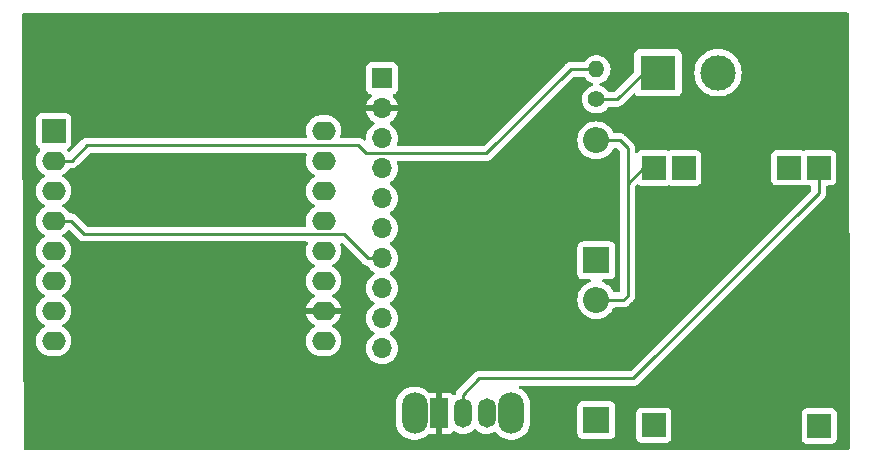
<source format=gbr>
%TF.GenerationSoftware,KiCad,Pcbnew,8.0.0*%
%TF.CreationDate,2024-03-12T15:13:44-04:00*%
%TF.ProjectId,slimevrpcb,736c696d-6576-4727-9063-622e6b696361,rev?*%
%TF.SameCoordinates,Original*%
%TF.FileFunction,Copper,L1,Top*%
%TF.FilePolarity,Positive*%
%FSLAX46Y46*%
G04 Gerber Fmt 4.6, Leading zero omitted, Abs format (unit mm)*
G04 Created by KiCad (PCBNEW 8.0.0) date 2024-03-12 15:13:44*
%MOMM*%
%LPD*%
G01*
G04 APERTURE LIST*
%TA.AperFunction,ComponentPad*%
%ADD10R,1.700000X1.700000*%
%TD*%
%TA.AperFunction,ComponentPad*%
%ADD11O,1.700000X1.700000*%
%TD*%
%TA.AperFunction,ComponentPad*%
%ADD12R,2.200000X2.200000*%
%TD*%
%TA.AperFunction,ComponentPad*%
%ADD13O,2.200000X2.200000*%
%TD*%
%TA.AperFunction,ComponentPad*%
%ADD14C,1.400000*%
%TD*%
%TA.AperFunction,ComponentPad*%
%ADD15O,1.400000X1.400000*%
%TD*%
%TA.AperFunction,ComponentPad*%
%ADD16R,3.000000X3.000000*%
%TD*%
%TA.AperFunction,ComponentPad*%
%ADD17C,3.000000*%
%TD*%
%TA.AperFunction,ComponentPad*%
%ADD18R,2.000000X2.000000*%
%TD*%
%TA.AperFunction,ComponentPad*%
%ADD19O,2.000000X1.600000*%
%TD*%
%TA.AperFunction,ComponentPad*%
%ADD20O,2.200000X3.500000*%
%TD*%
%TA.AperFunction,ComponentPad*%
%ADD21R,1.500000X2.500000*%
%TD*%
%TA.AperFunction,ComponentPad*%
%ADD22O,1.500000X2.500000*%
%TD*%
%TA.AperFunction,ViaPad*%
%ADD23C,0.800000*%
%TD*%
%TA.AperFunction,Conductor*%
%ADD24C,0.250000*%
%TD*%
G04 APERTURE END LIST*
D10*
%TO.P,bn0085,1,vcc*%
%TO.N,3.3v*%
X135221600Y-86584600D03*
D11*
%TO.P,bn0085,2,gnd*%
%TO.N,gnd*%
X135221600Y-89124600D03*
%TO.P,bn0085,3,scl*%
%TO.N,scl*%
X135221600Y-91664600D03*
%TO.P,bn0085,4,sda*%
%TO.N,sda*%
X135221600Y-94204600D03*
%TO.P,bn0085,5,ad0*%
%TO.N,unconnected-(bn0085-ad0-Pad5)*%
X135221600Y-96744600D03*
%TO.P,bn0085,6,Pin_6*%
%TO.N,unconnected-(bn0085-Pin_6-Pad6)*%
X135221600Y-99284600D03*
%TO.P,bn0085,7,int*%
%TO.N,int*%
X135221600Y-101824600D03*
%TO.P,bn0085,8,Pin_8*%
%TO.N,unconnected-(bn0085-Pin_8-Pad8)*%
X135221600Y-104364600D03*
%TO.P,bn0085,9,Pin_9*%
%TO.N,unconnected-(bn0085-Pin_9-Pad9)*%
X135221600Y-106904600D03*
%TO.P,bn0085,10,Pin_10*%
%TO.N,unconnected-(bn0085-Pin_10-Pad10)*%
X135221600Y-109444600D03*
%TD*%
D12*
%TO.P,D1,1,K*%
%TO.N,Net-(D1-K)*%
X153361300Y-101999200D03*
D13*
%TO.P,D1,2,A*%
%TO.N,Net-(D1-A)*%
X153361300Y-91839200D03*
%TD*%
D14*
%TO.P,R1,1*%
%TO.N,Net-(BT1-+)*%
X153361300Y-88359400D03*
D15*
%TO.P,R1,2*%
%TO.N,Net-(U1-A0)*%
X153361300Y-85819400D03*
%TD*%
D12*
%TO.P,D2,1,K*%
%TO.N,Net-(D1-K)*%
X153361300Y-115505500D03*
D13*
%TO.P,D2,2,A*%
%TO.N,Net-(D1-A)*%
X153361300Y-105345500D03*
%TD*%
D16*
%TO.P,BT1,1,+*%
%TO.N,Net-(BT1-+)*%
X158583600Y-86122500D03*
D17*
%TO.P,BT1,2,-*%
%TO.N,Net-(BT1--)*%
X163663600Y-86122500D03*
%TD*%
D18*
%TO.P,D1Mini,1,~{RST}*%
%TO.N,unconnected-(U1-~{RST}-Pad1)*%
X107417100Y-91020200D03*
D19*
%TO.P,D1Mini,2,A0*%
%TO.N,Net-(U1-A0)*%
X107417100Y-93560200D03*
%TO.P,D1Mini,3,D0*%
%TO.N,unconnected-(U1-D0-Pad3)*%
X107417100Y-96100200D03*
%TO.P,D1Mini,4,SCK/D5*%
%TO.N,int*%
X107417100Y-98640200D03*
%TO.P,D1Mini,5,MISO/D6*%
%TO.N,unconnected-(U1-MISO{slash}D6-Pad5)*%
X107417100Y-101180200D03*
%TO.P,D1Mini,6,MOSI/D7*%
%TO.N,unconnected-(U1-MOSI{slash}D7-Pad6)*%
X107417100Y-103720200D03*
%TO.P,D1Mini,7,CS/D8*%
%TO.N,unconnected-(U1-CS{slash}D8-Pad7)*%
X107417100Y-106260200D03*
%TO.P,D1Mini,8,3V3*%
%TO.N,3.3v*%
X107417100Y-108800200D03*
%TO.P,D1Mini,9,5V*%
%TO.N,Net-(D1-K)*%
X130277100Y-108800200D03*
%TO.P,D1Mini,10,GND*%
%TO.N,gnd*%
X130277100Y-106260200D03*
%TO.P,D1Mini,11,D4*%
%TO.N,unconnected-(U1-D4-Pad11)*%
X130277100Y-103720200D03*
%TO.P,D1Mini,12,D3*%
%TO.N,unconnected-(U1-D3-Pad12)*%
X130277100Y-101180200D03*
%TO.P,D1Mini,13,SDA/D2*%
%TO.N,sda*%
X130277100Y-98640200D03*
%TO.P,D1Mini,14,SCL/D1*%
%TO.N,scl*%
X130277100Y-96100200D03*
%TO.P,D1Mini,15,RX*%
%TO.N,unconnected-(U1-RX-Pad15)*%
X130277100Y-93560200D03*
%TO.P,D1Mini,16,TX*%
%TO.N,unconnected-(U1-TX-Pad16)*%
X130277100Y-91020200D03*
%TD*%
D20*
%TO.P,SW1,*%
%TO.N,*%
X137974100Y-114940400D03*
X146174100Y-114940400D03*
D21*
%TO.P,SW1,1,A*%
%TO.N,gnd*%
X140074100Y-114940400D03*
D22*
%TO.P,SW1,2,B*%
%TO.N,Net-(SW1-B)*%
X142074100Y-114940400D03*
%TO.P,SW1,3,C*%
%TO.N,unconnected-(SW1-C-Pad3)*%
X144074100Y-114940400D03*
%TD*%
D18*
%TO.P,tp4056,1,out+*%
%TO.N,Net-(D1-A)*%
X158223618Y-94172341D03*
%TO.P,tp4056,2,bat+*%
%TO.N,Net-(BT1-+)*%
X160763618Y-94172341D03*
%TO.P,tp4056,3,bat-*%
%TO.N,Net-(BT1--)*%
X169647538Y-94156019D03*
%TO.P,tp4056,4,out-*%
%TO.N,Net-(SW1-B)*%
X172187538Y-94156019D03*
%TO.P,tp4056,5,+*%
%TO.N,Net-(D1-A)*%
X158223618Y-115968276D03*
%TO.P,tp4056,6,-*%
%TO.N,unconnected-(U2---Pad6)*%
X172238501Y-116019239D03*
%TD*%
D23*
%TO.N,gnd*%
X170000000Y-105000000D03*
X130000000Y-115000000D03*
X165000000Y-115000000D03*
X110000000Y-95000000D03*
X165000000Y-100000000D03*
X115000000Y-115000000D03*
X145000000Y-85000000D03*
X145000000Y-90000000D03*
X125000000Y-110000000D03*
X115000000Y-105000000D03*
X125000000Y-115000000D03*
X165000000Y-95000000D03*
X140000000Y-85000000D03*
X160000000Y-110000000D03*
X120000000Y-110000000D03*
X110000000Y-115000000D03*
X170000000Y-115000000D03*
X170000000Y-110000000D03*
X115000000Y-95000000D03*
X140000000Y-90000000D03*
X145000000Y-95000000D03*
X145000000Y-110000000D03*
X125000000Y-95000000D03*
X120000000Y-115000000D03*
X140000000Y-105000000D03*
X125000000Y-105000000D03*
X165000000Y-110000000D03*
X145000000Y-100000000D03*
X140000000Y-95000000D03*
X140000000Y-110000000D03*
X160000000Y-100000000D03*
X115000000Y-110000000D03*
X110000000Y-110000000D03*
X145000000Y-105000000D03*
X160000000Y-105000000D03*
X120000000Y-105000000D03*
X140000000Y-100000000D03*
%TD*%
D24*
%TO.N,int*%
X135221600Y-101824600D02*
X134044900Y-101824600D01*
X131987200Y-99766900D02*
X110016900Y-99766900D01*
X110016900Y-99766900D02*
X108890200Y-98640200D01*
X108890200Y-98640200D02*
X107417100Y-98640200D01*
X134044900Y-101824600D02*
X131987200Y-99766900D01*
%TO.N,Net-(BT1-+)*%
X158583600Y-86122500D02*
X157377500Y-86122500D01*
X155140600Y-88359400D02*
X153361300Y-88359400D01*
X157377500Y-86122500D02*
X155140600Y-88359400D01*
%TO.N,Net-(D1-A)*%
X156000000Y-95500000D02*
X156000000Y-105000000D01*
X155654500Y-105345500D02*
X153361300Y-105345500D01*
X156000000Y-105000000D02*
X155654500Y-105345500D01*
X157327659Y-94172341D02*
X156000000Y-95500000D01*
X156000000Y-94184602D02*
X156000000Y-92500000D01*
X155339200Y-91839200D02*
X153361300Y-91839200D01*
X156000000Y-94184602D02*
X156000000Y-95500000D01*
X158223618Y-94172341D02*
X157327659Y-94172341D01*
X156000000Y-92500000D02*
X155339200Y-91839200D01*
%TO.N,Net-(U1-A0)*%
X133886830Y-92939181D02*
X144060819Y-92939181D01*
X133221316Y-92273667D02*
X133886830Y-92939181D01*
X110226333Y-92273667D02*
X133221316Y-92273667D01*
X151180600Y-85819400D02*
X153361300Y-85819400D01*
X107417100Y-93560200D02*
X108939800Y-93560200D01*
X108939800Y-93560200D02*
X110226333Y-92273667D01*
X144060819Y-92939181D02*
X151180600Y-85819400D01*
%TO.N,Net-(SW1-B)*%
X172187500Y-96312500D02*
X156500000Y-112000000D01*
X143437800Y-112000000D02*
X142074100Y-113363700D01*
X142074100Y-113363700D02*
X142074100Y-114940400D01*
X156500000Y-112000000D02*
X143437800Y-112000000D01*
X172187500Y-94156000D02*
X172187500Y-96312500D01*
%TD*%
%TA.AperFunction,Conductor*%
%TO.N,gnd*%
G36*
X128820824Y-92918852D02*
G01*
X128866579Y-92971656D01*
X128876523Y-93040814D01*
X128871716Y-93061485D01*
X128808623Y-93255661D01*
X128808623Y-93255664D01*
X128776600Y-93457848D01*
X128776600Y-93662551D01*
X128808622Y-93864734D01*
X128871881Y-94059423D01*
X128904274Y-94122996D01*
X128942506Y-94198031D01*
X128964815Y-94241813D01*
X129085128Y-94407413D01*
X129229886Y-94552171D01*
X129384849Y-94664756D01*
X129395490Y-94672487D01*
X129486940Y-94719083D01*
X129488180Y-94719715D01*
X129538976Y-94767690D01*
X129555771Y-94835511D01*
X129533234Y-94901646D01*
X129488180Y-94940685D01*
X129395486Y-94987915D01*
X129229886Y-95108228D01*
X129085128Y-95252986D01*
X128964815Y-95418586D01*
X128871881Y-95600976D01*
X128808622Y-95795665D01*
X128776600Y-95997848D01*
X128776600Y-96202551D01*
X128808622Y-96404734D01*
X128871881Y-96599423D01*
X128964815Y-96781813D01*
X129085128Y-96947413D01*
X129229886Y-97092171D01*
X129384849Y-97204756D01*
X129395490Y-97212487D01*
X129486940Y-97259083D01*
X129488180Y-97259715D01*
X129538976Y-97307690D01*
X129555771Y-97375511D01*
X129533234Y-97441646D01*
X129488180Y-97480685D01*
X129395486Y-97527915D01*
X129229886Y-97648228D01*
X129085128Y-97792986D01*
X128964815Y-97958586D01*
X128871881Y-98140976D01*
X128808622Y-98335665D01*
X128776600Y-98537848D01*
X128776600Y-98742551D01*
X128808622Y-98944734D01*
X128819783Y-98979081D01*
X128821778Y-99048922D01*
X128785698Y-99108755D01*
X128722998Y-99139584D01*
X128701852Y-99141400D01*
X110327353Y-99141400D01*
X110260314Y-99121715D01*
X110239672Y-99105081D01*
X109383128Y-98248538D01*
X109383125Y-98248534D01*
X109383125Y-98248535D01*
X109376058Y-98241468D01*
X109376058Y-98241467D01*
X109288933Y-98154342D01*
X109288932Y-98154341D01*
X109288931Y-98154340D01*
X109237709Y-98120115D01*
X109186486Y-98085888D01*
X109186483Y-98085886D01*
X109186480Y-98085885D01*
X109105992Y-98052547D01*
X109072654Y-98038738D01*
X109072655Y-98038738D01*
X109072652Y-98038737D01*
X109072648Y-98038736D01*
X109072644Y-98038735D01*
X108970935Y-98018503D01*
X108970926Y-98018503D01*
X108951807Y-98014700D01*
X108951806Y-98014700D01*
X108833215Y-98014700D01*
X108766176Y-97995015D01*
X108733493Y-97961628D01*
X108732251Y-97962531D01*
X108609071Y-97792986D01*
X108464313Y-97648228D01*
X108298714Y-97527915D01*
X108292106Y-97524548D01*
X108206017Y-97480683D01*
X108155223Y-97432711D01*
X108138428Y-97364890D01*
X108160965Y-97298755D01*
X108206017Y-97259716D01*
X108298710Y-97212487D01*
X108319870Y-97197113D01*
X108464313Y-97092171D01*
X108464315Y-97092168D01*
X108464319Y-97092166D01*
X108609066Y-96947419D01*
X108609068Y-96947415D01*
X108609071Y-96947413D01*
X108712231Y-96805423D01*
X108729387Y-96781810D01*
X108822320Y-96599419D01*
X108885577Y-96404734D01*
X108917600Y-96202552D01*
X108917600Y-95997848D01*
X108885577Y-95795666D01*
X108822320Y-95600981D01*
X108822318Y-95600978D01*
X108822318Y-95600976D01*
X108769390Y-95497100D01*
X108729387Y-95418590D01*
X108700358Y-95378635D01*
X108609071Y-95252986D01*
X108464313Y-95108228D01*
X108298714Y-94987915D01*
X108292106Y-94984548D01*
X108206017Y-94940683D01*
X108155223Y-94892711D01*
X108138428Y-94824890D01*
X108160965Y-94758755D01*
X108206017Y-94719716D01*
X108298710Y-94672487D01*
X108319870Y-94657113D01*
X108464313Y-94552171D01*
X108464315Y-94552168D01*
X108464319Y-94552166D01*
X108609066Y-94407419D01*
X108609068Y-94407415D01*
X108609071Y-94407413D01*
X108732251Y-94237869D01*
X108733923Y-94239084D01*
X108779308Y-94198031D01*
X108833215Y-94185700D01*
X109001407Y-94185700D01*
X109061829Y-94173681D01*
X109122252Y-94161663D01*
X109122255Y-94161661D01*
X109122258Y-94161661D01*
X109155587Y-94147854D01*
X109155586Y-94147854D01*
X109155592Y-94147852D01*
X109236086Y-94114512D01*
X109297014Y-94073800D01*
X109338533Y-94046058D01*
X109425658Y-93958933D01*
X109425658Y-93958931D01*
X109435866Y-93948724D01*
X109435867Y-93948721D01*
X110449105Y-92935486D01*
X110510428Y-92902001D01*
X110536786Y-92899167D01*
X128753785Y-92899167D01*
X128820824Y-92918852D01*
G37*
%TD.AperFunction*%
%TA.AperFunction,Conductor*%
G36*
X174672805Y-81020211D02*
G01*
X174718617Y-81072965D01*
X174729877Y-81124202D01*
X174847250Y-117898247D01*
X174827780Y-117965349D01*
X174775122Y-118011272D01*
X174723384Y-118022643D01*
X104997027Y-118097624D01*
X104929967Y-118078011D01*
X104884155Y-118025257D01*
X104872895Y-117974020D01*
X104870458Y-117210604D01*
X104865689Y-115716361D01*
X136373600Y-115716361D01*
X136413010Y-115965185D01*
X136490860Y-116204783D01*
X136523099Y-116268054D01*
X136587386Y-116394225D01*
X136605232Y-116429248D01*
X136753301Y-116633049D01*
X136753305Y-116633054D01*
X136931445Y-116811194D01*
X136931450Y-116811198D01*
X137109217Y-116940352D01*
X137135255Y-116959270D01*
X137246906Y-117016159D01*
X137359716Y-117073639D01*
X137359718Y-117073639D01*
X137359721Y-117073641D01*
X137599315Y-117151490D01*
X137848138Y-117190900D01*
X137848139Y-117190900D01*
X138100061Y-117190900D01*
X138100062Y-117190900D01*
X138348885Y-117151490D01*
X138588479Y-117073641D01*
X138812945Y-116959270D01*
X139016756Y-116811193D01*
X139109068Y-116718880D01*
X139170387Y-116685398D01*
X139210003Y-116683275D01*
X139276258Y-116690399D01*
X139276272Y-116690400D01*
X139824100Y-116690400D01*
X139824100Y-115315677D01*
X139900406Y-115359733D01*
X140014856Y-115390400D01*
X140133344Y-115390400D01*
X140247794Y-115359733D01*
X140324100Y-115315677D01*
X140324100Y-116690400D01*
X140871928Y-116690400D01*
X140871944Y-116690399D01*
X140931472Y-116683998D01*
X140931479Y-116683996D01*
X141066186Y-116633754D01*
X141066193Y-116633750D01*
X141181286Y-116547590D01*
X141209929Y-116509330D01*
X141265863Y-116467459D01*
X141335555Y-116462475D01*
X141382081Y-116483323D01*
X141414740Y-116507050D01*
X141418695Y-116509924D01*
X141530447Y-116566864D01*
X141594070Y-116599282D01*
X141594072Y-116599282D01*
X141594075Y-116599284D01*
X141694417Y-116631887D01*
X141781273Y-116660109D01*
X141975678Y-116690900D01*
X141975683Y-116690900D01*
X142172522Y-116690900D01*
X142366926Y-116660109D01*
X142387685Y-116653364D01*
X142554125Y-116599284D01*
X142729505Y-116509924D01*
X142888746Y-116394228D01*
X142986419Y-116296555D01*
X143047742Y-116263070D01*
X143117434Y-116268054D01*
X143161781Y-116296555D01*
X143259454Y-116394228D01*
X143418695Y-116509924D01*
X143488804Y-116545646D01*
X143594070Y-116599282D01*
X143594072Y-116599282D01*
X143594075Y-116599284D01*
X143694417Y-116631887D01*
X143781273Y-116660109D01*
X143975678Y-116690900D01*
X143975683Y-116690900D01*
X144172522Y-116690900D01*
X144366926Y-116660109D01*
X144387685Y-116653364D01*
X144554125Y-116599284D01*
X144729505Y-116509924D01*
X144729509Y-116509920D01*
X144733187Y-116508047D01*
X144801856Y-116495151D01*
X144866597Y-116521427D01*
X144889799Y-116545645D01*
X144953307Y-116633056D01*
X144953309Y-116633058D01*
X145131445Y-116811194D01*
X145131450Y-116811198D01*
X145309217Y-116940352D01*
X145335255Y-116959270D01*
X145446906Y-117016159D01*
X145559716Y-117073639D01*
X145559718Y-117073639D01*
X145559721Y-117073641D01*
X145799315Y-117151490D01*
X146048138Y-117190900D01*
X146048139Y-117190900D01*
X146300061Y-117190900D01*
X146300062Y-117190900D01*
X146548885Y-117151490D01*
X146788479Y-117073641D01*
X147012945Y-116959270D01*
X147216756Y-116811193D01*
X147374579Y-116653370D01*
X151760800Y-116653370D01*
X151760801Y-116653376D01*
X151767208Y-116712983D01*
X151817502Y-116847828D01*
X151817506Y-116847835D01*
X151903752Y-116963044D01*
X151903755Y-116963047D01*
X152018964Y-117049293D01*
X152018971Y-117049297D01*
X152153817Y-117099591D01*
X152153816Y-117099591D01*
X152160744Y-117100335D01*
X152213427Y-117106000D01*
X154509172Y-117105999D01*
X154568783Y-117099591D01*
X154703631Y-117049296D01*
X154747914Y-117016146D01*
X156723118Y-117016146D01*
X156723119Y-117016152D01*
X156729526Y-117075759D01*
X156779820Y-117210604D01*
X156779824Y-117210611D01*
X156866070Y-117325820D01*
X156866073Y-117325823D01*
X156981282Y-117412069D01*
X156981289Y-117412073D01*
X157116135Y-117462367D01*
X157116134Y-117462367D01*
X157122320Y-117463032D01*
X157175745Y-117468776D01*
X159271490Y-117468775D01*
X159331101Y-117462367D01*
X159465949Y-117412072D01*
X159581164Y-117325822D01*
X159667414Y-117210607D01*
X159717709Y-117075759D01*
X159718639Y-117067109D01*
X170738001Y-117067109D01*
X170738002Y-117067115D01*
X170744409Y-117126722D01*
X170794703Y-117261567D01*
X170794707Y-117261574D01*
X170880953Y-117376783D01*
X170880956Y-117376786D01*
X170996165Y-117463032D01*
X170996172Y-117463036D01*
X171131018Y-117513330D01*
X171131017Y-117513330D01*
X171137945Y-117514074D01*
X171190628Y-117519739D01*
X173286373Y-117519738D01*
X173345984Y-117513330D01*
X173480832Y-117463035D01*
X173596047Y-117376785D01*
X173682297Y-117261570D01*
X173732592Y-117126722D01*
X173739001Y-117067112D01*
X173739000Y-114971367D01*
X173732592Y-114911756D01*
X173682297Y-114776908D01*
X173682296Y-114776907D01*
X173682294Y-114776903D01*
X173596048Y-114661694D01*
X173596045Y-114661691D01*
X173480836Y-114575445D01*
X173480829Y-114575441D01*
X173345983Y-114525147D01*
X173345984Y-114525147D01*
X173286384Y-114518740D01*
X173286382Y-114518739D01*
X173286374Y-114518739D01*
X173286365Y-114518739D01*
X171190630Y-114518739D01*
X171190624Y-114518740D01*
X171131017Y-114525147D01*
X170996172Y-114575441D01*
X170996165Y-114575445D01*
X170880956Y-114661691D01*
X170880953Y-114661694D01*
X170794707Y-114776903D01*
X170794703Y-114776910D01*
X170744409Y-114911756D01*
X170743479Y-114920411D01*
X170738002Y-114971362D01*
X170738001Y-114971374D01*
X170738001Y-117067109D01*
X159718639Y-117067109D01*
X159724118Y-117016149D01*
X159724117Y-114920404D01*
X159717709Y-114860793D01*
X159667414Y-114725945D01*
X159667413Y-114725944D01*
X159667411Y-114725940D01*
X159581165Y-114610731D01*
X159581162Y-114610728D01*
X159465953Y-114524482D01*
X159465946Y-114524478D01*
X159331100Y-114474184D01*
X159331101Y-114474184D01*
X159271501Y-114467777D01*
X159271499Y-114467776D01*
X159271491Y-114467776D01*
X159271482Y-114467776D01*
X157175747Y-114467776D01*
X157175741Y-114467777D01*
X157116134Y-114474184D01*
X156981289Y-114524478D01*
X156981282Y-114524482D01*
X156866073Y-114610728D01*
X156866070Y-114610731D01*
X156779824Y-114725940D01*
X156779820Y-114725947D01*
X156729526Y-114860793D01*
X156723119Y-114920392D01*
X156723119Y-114920399D01*
X156723118Y-114920411D01*
X156723118Y-117016146D01*
X154747914Y-117016146D01*
X154818846Y-116963046D01*
X154905096Y-116847831D01*
X154955391Y-116712983D01*
X154961800Y-116653373D01*
X154961799Y-114357628D01*
X154955391Y-114298017D01*
X154905569Y-114164438D01*
X154905097Y-114163171D01*
X154905093Y-114163164D01*
X154818847Y-114047955D01*
X154818844Y-114047952D01*
X154703635Y-113961706D01*
X154703628Y-113961702D01*
X154568782Y-113911408D01*
X154568783Y-113911408D01*
X154509183Y-113905001D01*
X154509181Y-113905000D01*
X154509173Y-113905000D01*
X154509164Y-113905000D01*
X152213429Y-113905000D01*
X152213423Y-113905001D01*
X152153816Y-113911408D01*
X152018971Y-113961702D01*
X152018964Y-113961706D01*
X151903755Y-114047952D01*
X151903752Y-114047955D01*
X151817506Y-114163164D01*
X151817502Y-114163171D01*
X151767208Y-114298017D01*
X151762482Y-114341983D01*
X151760801Y-114357623D01*
X151760800Y-114357635D01*
X151760800Y-116653370D01*
X147374579Y-116653370D01*
X147394893Y-116633056D01*
X147542970Y-116429245D01*
X147657341Y-116204779D01*
X147735190Y-115965185D01*
X147774600Y-115716362D01*
X147774600Y-114164438D01*
X147735190Y-113915615D01*
X147657341Y-113676021D01*
X147657339Y-113676018D01*
X147657339Y-113676016D01*
X147592003Y-113547788D01*
X147542970Y-113451555D01*
X147489398Y-113377819D01*
X147394898Y-113247750D01*
X147394894Y-113247745D01*
X147216754Y-113069605D01*
X147216749Y-113069601D01*
X147012948Y-112921532D01*
X147012947Y-112921531D01*
X147012945Y-112921530D01*
X146892156Y-112859985D01*
X146841360Y-112812010D01*
X146824565Y-112744189D01*
X146847102Y-112678054D01*
X146901817Y-112634603D01*
X146948451Y-112625500D01*
X156561607Y-112625500D01*
X156622029Y-112613481D01*
X156682452Y-112601463D01*
X156682455Y-112601461D01*
X156682458Y-112601461D01*
X156715787Y-112587654D01*
X156715786Y-112587654D01*
X156715792Y-112587652D01*
X156796286Y-112554312D01*
X156847509Y-112520084D01*
X156898733Y-112485858D01*
X156985858Y-112398733D01*
X156985859Y-112398731D01*
X156992925Y-112391665D01*
X156992928Y-112391661D01*
X172586229Y-96798360D01*
X172586233Y-96798358D01*
X172673358Y-96711233D01*
X172741811Y-96608786D01*
X172788963Y-96494952D01*
X172813000Y-96374106D01*
X172813000Y-95780518D01*
X172832685Y-95713479D01*
X172885489Y-95667724D01*
X172937000Y-95656518D01*
X173235409Y-95656518D01*
X173235410Y-95656518D01*
X173295021Y-95650110D01*
X173429869Y-95599815D01*
X173545084Y-95513565D01*
X173631334Y-95398350D01*
X173681629Y-95263502D01*
X173688038Y-95203892D01*
X173688037Y-93108147D01*
X173681629Y-93048536D01*
X173638093Y-92931811D01*
X173631335Y-92913690D01*
X173631331Y-92913683D01*
X173545085Y-92798474D01*
X173545082Y-92798471D01*
X173429873Y-92712225D01*
X173429866Y-92712221D01*
X173295020Y-92661927D01*
X173295021Y-92661927D01*
X173235421Y-92655520D01*
X173235419Y-92655519D01*
X173235411Y-92655519D01*
X173235402Y-92655519D01*
X171139667Y-92655519D01*
X171139661Y-92655520D01*
X171080054Y-92661927D01*
X170960871Y-92706380D01*
X170891179Y-92711364D01*
X170874205Y-92706380D01*
X170755020Y-92661927D01*
X170755021Y-92661927D01*
X170695421Y-92655520D01*
X170695419Y-92655519D01*
X170695411Y-92655519D01*
X170695402Y-92655519D01*
X168599667Y-92655519D01*
X168599661Y-92655520D01*
X168540054Y-92661927D01*
X168405209Y-92712221D01*
X168405202Y-92712225D01*
X168289993Y-92798471D01*
X168289990Y-92798474D01*
X168203744Y-92913683D01*
X168203740Y-92913690D01*
X168153446Y-93048536D01*
X168147039Y-93108135D01*
X168147039Y-93108142D01*
X168147038Y-93108154D01*
X168147038Y-95203889D01*
X168147039Y-95203895D01*
X168153446Y-95263502D01*
X168203740Y-95398347D01*
X168203744Y-95398354D01*
X168289990Y-95513563D01*
X168289993Y-95513566D01*
X168405202Y-95599812D01*
X168405209Y-95599816D01*
X168540055Y-95650110D01*
X168540054Y-95650110D01*
X168546982Y-95650854D01*
X168599665Y-95656519D01*
X170695410Y-95656518D01*
X170755021Y-95650110D01*
X170874205Y-95605656D01*
X170943896Y-95600673D01*
X170960867Y-95605655D01*
X171080055Y-95650110D01*
X171139665Y-95656519D01*
X171438000Y-95656518D01*
X171505039Y-95676202D01*
X171550794Y-95729006D01*
X171562000Y-95780518D01*
X171562000Y-96002048D01*
X171542315Y-96069087D01*
X171525681Y-96089729D01*
X156277229Y-111338181D01*
X156215906Y-111371666D01*
X156189548Y-111374500D01*
X143376189Y-111374500D01*
X143315771Y-111386518D01*
X143278059Y-111394019D01*
X143255350Y-111398536D01*
X143255348Y-111398537D01*
X143222007Y-111412347D01*
X143141519Y-111445684D01*
X143141505Y-111445692D01*
X143039072Y-111514138D01*
X143039064Y-111514144D01*
X141588244Y-112964964D01*
X141588238Y-112964972D01*
X141519792Y-113067405D01*
X141519784Y-113067419D01*
X141486447Y-113147907D01*
X141480923Y-113161243D01*
X141472637Y-113181245D01*
X141472635Y-113181253D01*
X141447411Y-113308069D01*
X141444944Y-113307578D01*
X141422878Y-113362170D01*
X141398551Y-113385510D01*
X141382083Y-113397475D01*
X141316276Y-113420956D01*
X141248222Y-113405131D01*
X141209930Y-113371470D01*
X141181287Y-113333209D01*
X141066193Y-113247049D01*
X141066186Y-113247045D01*
X140931479Y-113196803D01*
X140931472Y-113196801D01*
X140871944Y-113190400D01*
X140324100Y-113190400D01*
X140324100Y-114565122D01*
X140247794Y-114521067D01*
X140133344Y-114490400D01*
X140014856Y-114490400D01*
X139900406Y-114521067D01*
X139824100Y-114565122D01*
X139824100Y-113190400D01*
X139276272Y-113190400D01*
X139276253Y-113190401D01*
X139210001Y-113197524D01*
X139141242Y-113185119D01*
X139109065Y-113161916D01*
X139016754Y-113069605D01*
X139016749Y-113069601D01*
X138812948Y-112921532D01*
X138812947Y-112921531D01*
X138812945Y-112921530D01*
X138742847Y-112885813D01*
X138588483Y-112807160D01*
X138348885Y-112729310D01*
X138100062Y-112689900D01*
X137848138Y-112689900D01*
X137723726Y-112709605D01*
X137599314Y-112729310D01*
X137359716Y-112807160D01*
X137135251Y-112921532D01*
X136931450Y-113069601D01*
X136931445Y-113069605D01*
X136753305Y-113247745D01*
X136753301Y-113247750D01*
X136605232Y-113451551D01*
X136490860Y-113676016D01*
X136413010Y-113915614D01*
X136373600Y-114164438D01*
X136373600Y-115716361D01*
X104865689Y-115716361D01*
X104843941Y-108902551D01*
X105916600Y-108902551D01*
X105948622Y-109104734D01*
X106011881Y-109299423D01*
X106104815Y-109481813D01*
X106225128Y-109647413D01*
X106369886Y-109792171D01*
X106524849Y-109904756D01*
X106535490Y-109912487D01*
X106651707Y-109971703D01*
X106717876Y-110005418D01*
X106717878Y-110005418D01*
X106717881Y-110005420D01*
X106822237Y-110039327D01*
X106912565Y-110068677D01*
X107013657Y-110084688D01*
X107114748Y-110100700D01*
X107114749Y-110100700D01*
X107719451Y-110100700D01*
X107719452Y-110100700D01*
X107921634Y-110068677D01*
X108116319Y-110005420D01*
X108298710Y-109912487D01*
X108391690Y-109844932D01*
X108464313Y-109792171D01*
X108464315Y-109792168D01*
X108464319Y-109792166D01*
X108609066Y-109647419D01*
X108609068Y-109647415D01*
X108609071Y-109647413D01*
X108661832Y-109574790D01*
X108729387Y-109481810D01*
X108822320Y-109299419D01*
X108885577Y-109104734D01*
X108917600Y-108902552D01*
X108917600Y-108697848D01*
X108885577Y-108495666D01*
X108822320Y-108300981D01*
X108822318Y-108300978D01*
X108822318Y-108300976D01*
X108769390Y-108197100D01*
X108729387Y-108118590D01*
X108700358Y-108078635D01*
X108609071Y-107952986D01*
X108464313Y-107808228D01*
X108298714Y-107687915D01*
X108292106Y-107684548D01*
X108206017Y-107640683D01*
X108155223Y-107592711D01*
X108138428Y-107524890D01*
X108160965Y-107458755D01*
X108206017Y-107419716D01*
X108298710Y-107372487D01*
X108319870Y-107357113D01*
X108464313Y-107252171D01*
X108464315Y-107252168D01*
X108464319Y-107252166D01*
X108609066Y-107107419D01*
X108609068Y-107107415D01*
X108609071Y-107107413D01*
X108661832Y-107034790D01*
X108729387Y-106941810D01*
X108822320Y-106759419D01*
X108885577Y-106564734D01*
X108917600Y-106362552D01*
X108917600Y-106157848D01*
X108897857Y-106033197D01*
X108885577Y-105955665D01*
X108845187Y-105831358D01*
X108822320Y-105760981D01*
X108822318Y-105760978D01*
X108822318Y-105760976D01*
X108769390Y-105657100D01*
X108729387Y-105578590D01*
X108700358Y-105538635D01*
X108609071Y-105412986D01*
X108464313Y-105268228D01*
X108298714Y-105147915D01*
X108292106Y-105144548D01*
X108206017Y-105100683D01*
X108155223Y-105052711D01*
X108138428Y-104984890D01*
X108160965Y-104918755D01*
X108206017Y-104879716D01*
X108298710Y-104832487D01*
X108319870Y-104817113D01*
X108464313Y-104712171D01*
X108464315Y-104712168D01*
X108464319Y-104712166D01*
X108609066Y-104567419D01*
X108609068Y-104567415D01*
X108609071Y-104567413D01*
X108661832Y-104494790D01*
X108729387Y-104401810D01*
X108822320Y-104219419D01*
X108885577Y-104024734D01*
X108917600Y-103822552D01*
X108917600Y-103617848D01*
X108914725Y-103599698D01*
X108885577Y-103415665D01*
X108822318Y-103220976D01*
X108769390Y-103117100D01*
X108729387Y-103038590D01*
X108700358Y-102998635D01*
X108609071Y-102872986D01*
X108464313Y-102728228D01*
X108298714Y-102607915D01*
X108292106Y-102604548D01*
X108206017Y-102560683D01*
X108155223Y-102512711D01*
X108138428Y-102444890D01*
X108160965Y-102378755D01*
X108206017Y-102339716D01*
X108298710Y-102292487D01*
X108319870Y-102277113D01*
X108464313Y-102172171D01*
X108464315Y-102172168D01*
X108464319Y-102172166D01*
X108609066Y-102027419D01*
X108609068Y-102027415D01*
X108609071Y-102027413D01*
X108661832Y-101954790D01*
X108729387Y-101861810D01*
X108822320Y-101679419D01*
X108885577Y-101484734D01*
X108917600Y-101282552D01*
X108917600Y-101077848D01*
X108885577Y-100875666D01*
X108877671Y-100851335D01*
X108822318Y-100680976D01*
X108767145Y-100572695D01*
X108729387Y-100498590D01*
X108700358Y-100458635D01*
X108609071Y-100332986D01*
X108464313Y-100188228D01*
X108298714Y-100067915D01*
X108292106Y-100064548D01*
X108206017Y-100020683D01*
X108155223Y-99972711D01*
X108138428Y-99904890D01*
X108160965Y-99838755D01*
X108206017Y-99799716D01*
X108298710Y-99752487D01*
X108319870Y-99737113D01*
X108464313Y-99632171D01*
X108464315Y-99632168D01*
X108464319Y-99632166D01*
X108609066Y-99487419D01*
X108626304Y-99463691D01*
X108681633Y-99421026D01*
X108751246Y-99415045D01*
X108813042Y-99447650D01*
X108814304Y-99448895D01*
X109531041Y-100165632D01*
X109531042Y-100165633D01*
X109618167Y-100252758D01*
X109618168Y-100252759D01*
X109720607Y-100321207D01*
X109720616Y-100321212D01*
X109746402Y-100331893D01*
X109834448Y-100368363D01*
X109955288Y-100392399D01*
X109955292Y-100392400D01*
X109955293Y-100392400D01*
X109955294Y-100392400D01*
X128816570Y-100392400D01*
X128883609Y-100412085D01*
X128929364Y-100464889D01*
X128939308Y-100534047D01*
X128927055Y-100572695D01*
X128871881Y-100680976D01*
X128808622Y-100875665D01*
X128776600Y-101077848D01*
X128776600Y-101282551D01*
X128808622Y-101484734D01*
X128871881Y-101679423D01*
X128964815Y-101861813D01*
X129085128Y-102027413D01*
X129229886Y-102172171D01*
X129384849Y-102284756D01*
X129395490Y-102292487D01*
X129486940Y-102339083D01*
X129488180Y-102339715D01*
X129538976Y-102387690D01*
X129555771Y-102455511D01*
X129533234Y-102521646D01*
X129488180Y-102560685D01*
X129395486Y-102607915D01*
X129229886Y-102728228D01*
X129085128Y-102872986D01*
X128964815Y-103038586D01*
X128871881Y-103220976D01*
X128808622Y-103415665D01*
X128776600Y-103617848D01*
X128776600Y-103822551D01*
X128808622Y-104024734D01*
X128871881Y-104219423D01*
X128964815Y-104401813D01*
X129085128Y-104567413D01*
X129229886Y-104712171D01*
X129384849Y-104824756D01*
X129395490Y-104832487D01*
X129467524Y-104869190D01*
X129488729Y-104879995D01*
X129539525Y-104927970D01*
X129556320Y-104995791D01*
X129533782Y-105061926D01*
X129488729Y-105100965D01*
X129395750Y-105148340D01*
X129230205Y-105268617D01*
X129230204Y-105268617D01*
X129085517Y-105413304D01*
X129085517Y-105413305D01*
X128965240Y-105578850D01*
X128872344Y-105761170D01*
X128809109Y-105955786D01*
X128800491Y-106010200D01*
X129844088Y-106010200D01*
X129811175Y-106067207D01*
X129777100Y-106194374D01*
X129777100Y-106326026D01*
X129811175Y-106453193D01*
X129844088Y-106510200D01*
X128800491Y-106510200D01*
X128809109Y-106564613D01*
X128872344Y-106759229D01*
X128965240Y-106941549D01*
X129085517Y-107107094D01*
X129085517Y-107107095D01*
X129230204Y-107251782D01*
X129395752Y-107372061D01*
X129488728Y-107419434D01*
X129539525Y-107467408D01*
X129556320Y-107535229D01*
X129533783Y-107601364D01*
X129488730Y-107640403D01*
X129395488Y-107687913D01*
X129229886Y-107808228D01*
X129085128Y-107952986D01*
X128964815Y-108118586D01*
X128871881Y-108300976D01*
X128808622Y-108495665D01*
X128776600Y-108697848D01*
X128776600Y-108902551D01*
X128808622Y-109104734D01*
X128871881Y-109299423D01*
X128964815Y-109481813D01*
X129085128Y-109647413D01*
X129229886Y-109792171D01*
X129384849Y-109904756D01*
X129395490Y-109912487D01*
X129511707Y-109971703D01*
X129577876Y-110005418D01*
X129577878Y-110005418D01*
X129577881Y-110005420D01*
X129682237Y-110039327D01*
X129772565Y-110068677D01*
X129873657Y-110084688D01*
X129974748Y-110100700D01*
X129974749Y-110100700D01*
X130579451Y-110100700D01*
X130579452Y-110100700D01*
X130781634Y-110068677D01*
X130976319Y-110005420D01*
X131158710Y-109912487D01*
X131251690Y-109844932D01*
X131324313Y-109792171D01*
X131324315Y-109792168D01*
X131324319Y-109792166D01*
X131469066Y-109647419D01*
X131469068Y-109647415D01*
X131469071Y-109647413D01*
X131521832Y-109574790D01*
X131589387Y-109481810D01*
X131682320Y-109299419D01*
X131745577Y-109104734D01*
X131777600Y-108902552D01*
X131777600Y-108697848D01*
X131745577Y-108495666D01*
X131682320Y-108300981D01*
X131682318Y-108300978D01*
X131682318Y-108300976D01*
X131629390Y-108197100D01*
X131589387Y-108118590D01*
X131560358Y-108078635D01*
X131469071Y-107952986D01*
X131324313Y-107808228D01*
X131158711Y-107687913D01*
X131065469Y-107640403D01*
X131014674Y-107592429D01*
X130997879Y-107524607D01*
X131020417Y-107458473D01*
X131065471Y-107419434D01*
X131158447Y-107372061D01*
X131323994Y-107251782D01*
X131323995Y-107251782D01*
X131468682Y-107107095D01*
X131468682Y-107107094D01*
X131588959Y-106941549D01*
X131681855Y-106759229D01*
X131745090Y-106564613D01*
X131753709Y-106510200D01*
X130710112Y-106510200D01*
X130743025Y-106453193D01*
X130777100Y-106326026D01*
X130777100Y-106194374D01*
X130743025Y-106067207D01*
X130710112Y-106010200D01*
X131753709Y-106010200D01*
X131745090Y-105955786D01*
X131681855Y-105761170D01*
X131588959Y-105578850D01*
X131468682Y-105413305D01*
X131468682Y-105413304D01*
X131323995Y-105268617D01*
X131158449Y-105148340D01*
X131065470Y-105100965D01*
X131014674Y-105052990D01*
X130997879Y-104985169D01*
X131020416Y-104919035D01*
X131065470Y-104879995D01*
X131066020Y-104879715D01*
X131158710Y-104832487D01*
X131179870Y-104817113D01*
X131324313Y-104712171D01*
X131324315Y-104712168D01*
X131324319Y-104712166D01*
X131469066Y-104567419D01*
X131469068Y-104567415D01*
X131469071Y-104567413D01*
X131521832Y-104494790D01*
X131589387Y-104401810D01*
X131682320Y-104219419D01*
X131745577Y-104024734D01*
X131777600Y-103822552D01*
X131777600Y-103617848D01*
X131774725Y-103599698D01*
X131745577Y-103415665D01*
X131682318Y-103220976D01*
X131629390Y-103117100D01*
X131589387Y-103038590D01*
X131560358Y-102998635D01*
X131469071Y-102872986D01*
X131324313Y-102728228D01*
X131158714Y-102607915D01*
X131152106Y-102604548D01*
X131066017Y-102560683D01*
X131015223Y-102512711D01*
X130998428Y-102444890D01*
X131020965Y-102378755D01*
X131066017Y-102339716D01*
X131158710Y-102292487D01*
X131179870Y-102277113D01*
X131324313Y-102172171D01*
X131324315Y-102172168D01*
X131324319Y-102172166D01*
X131469066Y-102027419D01*
X131469068Y-102027415D01*
X131469071Y-102027413D01*
X131521832Y-101954790D01*
X131589387Y-101861810D01*
X131682320Y-101679419D01*
X131745577Y-101484734D01*
X131777600Y-101282552D01*
X131777600Y-101077848D01*
X131745577Y-100875666D01*
X131737671Y-100851335D01*
X131716476Y-100786103D01*
X131682320Y-100680981D01*
X131682318Y-100680977D01*
X131680991Y-100676893D01*
X131678996Y-100607051D01*
X131715076Y-100547218D01*
X131777777Y-100516390D01*
X131847191Y-100524354D01*
X131886603Y-100550893D01*
X133555916Y-102220206D01*
X133555945Y-102220237D01*
X133646163Y-102310455D01*
X133646167Y-102310458D01*
X133748607Y-102378907D01*
X133748613Y-102378910D01*
X133748614Y-102378911D01*
X133862448Y-102426063D01*
X133922871Y-102438081D01*
X133966669Y-102446793D01*
X134028579Y-102479180D01*
X134043708Y-102498522D01*
X134044460Y-102497996D01*
X134183101Y-102695995D01*
X134183106Y-102696002D01*
X134350197Y-102863093D01*
X134350203Y-102863098D01*
X134535758Y-102993025D01*
X134579383Y-103047602D01*
X134586577Y-103117100D01*
X134555054Y-103179455D01*
X134535758Y-103196175D01*
X134350197Y-103326105D01*
X134183105Y-103493197D01*
X134047565Y-103686769D01*
X134047564Y-103686771D01*
X133947698Y-103900935D01*
X133947694Y-103900944D01*
X133886538Y-104129186D01*
X133886536Y-104129196D01*
X133865941Y-104364599D01*
X133865941Y-104364600D01*
X133886536Y-104600003D01*
X133886538Y-104600013D01*
X133947694Y-104828255D01*
X133947696Y-104828259D01*
X133947697Y-104828263D01*
X134023210Y-104990200D01*
X134047565Y-105042430D01*
X134047567Y-105042434D01*
X134183101Y-105235995D01*
X134183106Y-105236002D01*
X134350197Y-105403093D01*
X134350203Y-105403098D01*
X134535758Y-105533025D01*
X134579383Y-105587602D01*
X134586577Y-105657100D01*
X134555054Y-105719455D01*
X134535758Y-105736175D01*
X134350197Y-105866105D01*
X134183105Y-106033197D01*
X134047565Y-106226769D01*
X134047564Y-106226771D01*
X133947698Y-106440935D01*
X133947694Y-106440944D01*
X133886538Y-106669186D01*
X133886536Y-106669196D01*
X133865941Y-106904599D01*
X133865941Y-106904600D01*
X133886536Y-107140003D01*
X133886538Y-107140013D01*
X133947694Y-107368255D01*
X133947696Y-107368259D01*
X133947697Y-107368263D01*
X134023210Y-107530200D01*
X134047565Y-107582430D01*
X134047567Y-107582434D01*
X134183101Y-107775995D01*
X134183106Y-107776002D01*
X134350197Y-107943093D01*
X134350203Y-107943098D01*
X134535758Y-108073025D01*
X134579383Y-108127602D01*
X134586577Y-108197100D01*
X134555054Y-108259455D01*
X134535758Y-108276175D01*
X134350197Y-108406105D01*
X134183105Y-108573197D01*
X134047565Y-108766769D01*
X134047564Y-108766771D01*
X133947698Y-108980935D01*
X133947694Y-108980944D01*
X133886538Y-109209186D01*
X133886536Y-109209196D01*
X133865941Y-109444599D01*
X133865941Y-109444600D01*
X133886536Y-109680003D01*
X133886538Y-109680013D01*
X133947694Y-109908255D01*
X133947696Y-109908259D01*
X133947697Y-109908263D01*
X134037432Y-110100700D01*
X134047565Y-110122430D01*
X134047567Y-110122434D01*
X134155881Y-110277121D01*
X134183105Y-110316001D01*
X134350199Y-110483095D01*
X134446984Y-110550865D01*
X134543765Y-110618632D01*
X134543767Y-110618633D01*
X134543770Y-110618635D01*
X134757937Y-110718503D01*
X134986192Y-110779663D01*
X135174518Y-110796139D01*
X135221599Y-110800259D01*
X135221600Y-110800259D01*
X135221601Y-110800259D01*
X135260834Y-110796826D01*
X135457008Y-110779663D01*
X135685263Y-110718503D01*
X135899430Y-110618635D01*
X136093001Y-110483095D01*
X136260095Y-110316001D01*
X136395635Y-110122430D01*
X136495503Y-109908263D01*
X136556663Y-109680008D01*
X136577259Y-109444600D01*
X136556663Y-109209192D01*
X136495503Y-108980937D01*
X136395635Y-108766771D01*
X136260095Y-108573199D01*
X136260094Y-108573197D01*
X136093002Y-108406106D01*
X136092996Y-108406101D01*
X135907442Y-108276175D01*
X135863817Y-108221598D01*
X135856623Y-108152100D01*
X135888146Y-108089745D01*
X135907442Y-108073025D01*
X136078882Y-107952981D01*
X136093001Y-107943095D01*
X136260095Y-107776001D01*
X136395635Y-107582430D01*
X136495503Y-107368263D01*
X136556663Y-107140008D01*
X136577259Y-106904600D01*
X136556663Y-106669192D01*
X136506164Y-106480724D01*
X136495505Y-106440944D01*
X136495504Y-106440943D01*
X136495503Y-106440937D01*
X136395635Y-106226771D01*
X136372951Y-106194374D01*
X136260094Y-106033197D01*
X136093002Y-105866106D01*
X136092996Y-105866101D01*
X135907442Y-105736175D01*
X135863817Y-105681598D01*
X135856623Y-105612100D01*
X135888146Y-105549745D01*
X135907442Y-105533025D01*
X135974803Y-105485858D01*
X136093001Y-105403095D01*
X136150596Y-105345500D01*
X151755851Y-105345500D01*
X151775617Y-105596651D01*
X151834426Y-105841610D01*
X151930833Y-106074359D01*
X152062460Y-106289153D01*
X152062461Y-106289156D01*
X152062464Y-106289159D01*
X152226076Y-106480724D01*
X152324439Y-106564734D01*
X152417643Y-106644338D01*
X152417646Y-106644339D01*
X152632440Y-106775966D01*
X152865189Y-106872373D01*
X153110152Y-106931183D01*
X153361300Y-106950949D01*
X153612448Y-106931183D01*
X153857411Y-106872373D01*
X154090159Y-106775966D01*
X154304959Y-106644336D01*
X154496524Y-106480724D01*
X154660136Y-106289159D01*
X154791766Y-106074359D01*
X154802872Y-106047548D01*
X154846712Y-105993144D01*
X154913006Y-105971079D01*
X154917433Y-105971000D01*
X155716107Y-105971000D01*
X155776529Y-105958981D01*
X155836952Y-105946963D01*
X155836955Y-105946961D01*
X155836958Y-105946961D01*
X155870287Y-105933154D01*
X155870286Y-105933154D01*
X155870292Y-105933152D01*
X155950786Y-105899812D01*
X156002009Y-105865584D01*
X156053233Y-105831358D01*
X156140358Y-105744233D01*
X156140359Y-105744231D01*
X156147425Y-105737165D01*
X156147428Y-105737161D01*
X156398729Y-105485860D01*
X156398733Y-105485858D01*
X156485858Y-105398733D01*
X156554311Y-105296286D01*
X156554312Y-105296285D01*
X156554313Y-105296282D01*
X156554315Y-105296279D01*
X156554315Y-105296277D01*
X156565933Y-105268228D01*
X156601463Y-105182451D01*
X156605323Y-105163048D01*
X156625500Y-105061606D01*
X156625500Y-95810451D01*
X156645185Y-95743412D01*
X156661815Y-95722774D01*
X156783593Y-95600995D01*
X156844916Y-95567511D01*
X156914608Y-95572495D01*
X156945584Y-95589410D01*
X156961061Y-95600996D01*
X156981286Y-95616136D01*
X156981289Y-95616138D01*
X157116135Y-95666432D01*
X157116134Y-95666432D01*
X157123062Y-95667176D01*
X157175745Y-95672841D01*
X159271490Y-95672840D01*
X159331101Y-95666432D01*
X159450285Y-95621978D01*
X159519976Y-95616995D01*
X159536947Y-95621977D01*
X159656135Y-95666432D01*
X159656134Y-95666432D01*
X159663062Y-95667176D01*
X159715745Y-95672841D01*
X161811490Y-95672840D01*
X161871101Y-95666432D01*
X162005949Y-95616137D01*
X162121164Y-95529887D01*
X162207414Y-95414672D01*
X162257709Y-95279824D01*
X162264118Y-95220214D01*
X162264117Y-93124469D01*
X162257709Y-93064858D01*
X162251621Y-93048536D01*
X162207415Y-92930012D01*
X162207411Y-92930005D01*
X162121165Y-92814796D01*
X162121162Y-92814793D01*
X162005953Y-92728547D01*
X162005946Y-92728543D01*
X161871100Y-92678249D01*
X161871101Y-92678249D01*
X161811501Y-92671842D01*
X161811499Y-92671841D01*
X161811491Y-92671841D01*
X161811482Y-92671841D01*
X159715747Y-92671841D01*
X159715741Y-92671842D01*
X159656134Y-92678249D01*
X159536951Y-92722702D01*
X159467259Y-92727686D01*
X159450285Y-92722702D01*
X159331100Y-92678249D01*
X159331101Y-92678249D01*
X159271501Y-92671842D01*
X159271499Y-92671841D01*
X159271491Y-92671841D01*
X159271482Y-92671841D01*
X157175747Y-92671841D01*
X157175741Y-92671842D01*
X157116134Y-92678249D01*
X156981289Y-92728543D01*
X156981282Y-92728547D01*
X156866073Y-92814793D01*
X156848766Y-92837913D01*
X156792832Y-92879783D01*
X156723140Y-92884767D01*
X156661818Y-92851281D01*
X156628333Y-92789958D01*
X156625500Y-92763601D01*
X156625500Y-92438392D01*
X156616572Y-92393512D01*
X156616571Y-92393507D01*
X156604989Y-92335272D01*
X156604989Y-92335271D01*
X156601464Y-92317552D01*
X156601463Y-92317550D01*
X156601463Y-92317548D01*
X156554311Y-92203714D01*
X156554310Y-92203713D01*
X156554307Y-92203707D01*
X156485858Y-92101267D01*
X156485855Y-92101263D01*
X156395637Y-92011045D01*
X156395606Y-92011016D01*
X155829398Y-91444808D01*
X155829378Y-91444786D01*
X155737933Y-91353341D01*
X155676113Y-91312035D01*
X155635486Y-91284888D01*
X155635487Y-91284888D01*
X155635485Y-91284887D01*
X155595239Y-91268217D01*
X155554992Y-91251547D01*
X155521653Y-91237737D01*
X155511627Y-91235743D01*
X155461229Y-91225718D01*
X155400810Y-91213700D01*
X155400807Y-91213700D01*
X155400806Y-91213700D01*
X154917433Y-91213700D01*
X154850394Y-91194015D01*
X154804639Y-91141211D01*
X154802872Y-91137152D01*
X154791767Y-91110343D01*
X154791766Y-91110341D01*
X154660139Y-90895546D01*
X154660138Y-90895543D01*
X154623175Y-90852266D01*
X154496524Y-90703976D01*
X154369871Y-90595804D01*
X154304956Y-90540361D01*
X154304953Y-90540360D01*
X154090159Y-90408733D01*
X153857410Y-90312326D01*
X153612451Y-90253517D01*
X153361300Y-90233751D01*
X153110148Y-90253517D01*
X152865189Y-90312326D01*
X152632440Y-90408733D01*
X152417646Y-90540360D01*
X152417643Y-90540361D01*
X152226076Y-90703976D01*
X152062461Y-90895543D01*
X152062460Y-90895546D01*
X151930833Y-91110340D01*
X151834426Y-91343089D01*
X151775617Y-91588048D01*
X151755851Y-91839200D01*
X151775617Y-92090351D01*
X151834426Y-92335310D01*
X151930833Y-92568059D01*
X152062460Y-92782853D01*
X152062461Y-92782856D01*
X152088818Y-92813716D01*
X152226076Y-92974424D01*
X152331961Y-93064858D01*
X152417643Y-93138038D01*
X152417646Y-93138039D01*
X152632440Y-93269666D01*
X152789732Y-93334818D01*
X152865189Y-93366073D01*
X153110152Y-93424883D01*
X153361300Y-93444649D01*
X153612448Y-93424883D01*
X153857411Y-93366073D01*
X154090159Y-93269666D01*
X154304959Y-93138036D01*
X154496524Y-92974424D01*
X154660136Y-92782859D01*
X154791766Y-92568059D01*
X154795701Y-92558558D01*
X154802872Y-92541248D01*
X154846712Y-92486844D01*
X154913006Y-92464779D01*
X154917433Y-92464700D01*
X155028748Y-92464700D01*
X155095787Y-92484385D01*
X155116429Y-92501019D01*
X155338181Y-92722771D01*
X155371666Y-92784094D01*
X155374500Y-92810452D01*
X155374500Y-104596000D01*
X155354815Y-104663039D01*
X155302011Y-104708794D01*
X155250500Y-104720000D01*
X154917433Y-104720000D01*
X154850394Y-104700315D01*
X154804639Y-104647511D01*
X154802872Y-104643452D01*
X154791767Y-104616643D01*
X154791766Y-104616641D01*
X154660139Y-104401846D01*
X154660138Y-104401843D01*
X154623175Y-104358566D01*
X154496524Y-104210276D01*
X154369871Y-104102104D01*
X154304956Y-104046661D01*
X154304953Y-104046660D01*
X154090159Y-103915033D01*
X153904810Y-103838260D01*
X153850407Y-103794419D01*
X153828342Y-103728125D01*
X153845621Y-103660426D01*
X153896758Y-103612815D01*
X153952261Y-103599699D01*
X154509172Y-103599699D01*
X154568783Y-103593291D01*
X154703631Y-103542996D01*
X154818846Y-103456746D01*
X154905096Y-103341531D01*
X154955391Y-103206683D01*
X154961800Y-103147073D01*
X154961799Y-100851328D01*
X154955391Y-100791717D01*
X154953298Y-100786106D01*
X154905097Y-100656871D01*
X154905093Y-100656864D01*
X154818847Y-100541655D01*
X154818844Y-100541652D01*
X154703635Y-100455406D01*
X154703628Y-100455402D01*
X154568782Y-100405108D01*
X154568783Y-100405108D01*
X154509183Y-100398701D01*
X154509181Y-100398700D01*
X154509173Y-100398700D01*
X154509164Y-100398700D01*
X152213429Y-100398700D01*
X152213423Y-100398701D01*
X152153816Y-100405108D01*
X152018971Y-100455402D01*
X152018964Y-100455406D01*
X151903755Y-100541652D01*
X151903752Y-100541655D01*
X151817506Y-100656864D01*
X151817502Y-100656871D01*
X151767208Y-100791717D01*
X151760801Y-100851316D01*
X151760801Y-100851323D01*
X151760800Y-100851335D01*
X151760800Y-103147070D01*
X151760801Y-103147076D01*
X151767208Y-103206683D01*
X151817502Y-103341528D01*
X151817506Y-103341535D01*
X151903752Y-103456744D01*
X151903755Y-103456747D01*
X152018964Y-103542993D01*
X152018971Y-103542997D01*
X152153817Y-103593291D01*
X152153816Y-103593291D01*
X152160744Y-103594035D01*
X152213427Y-103599700D01*
X152770337Y-103599699D01*
X152837374Y-103619383D01*
X152883129Y-103672187D01*
X152893073Y-103741346D01*
X152864048Y-103804902D01*
X152817788Y-103838260D01*
X152632440Y-103915033D01*
X152417646Y-104046660D01*
X152417643Y-104046661D01*
X152226076Y-104210276D01*
X152062461Y-104401843D01*
X152062460Y-104401846D01*
X151930833Y-104616640D01*
X151834426Y-104849389D01*
X151775617Y-105094348D01*
X151755851Y-105345500D01*
X136150596Y-105345500D01*
X136260095Y-105236001D01*
X136395635Y-105042430D01*
X136495503Y-104828263D01*
X136556663Y-104600008D01*
X136577259Y-104364600D01*
X136556663Y-104129192D01*
X136495503Y-103900937D01*
X136395635Y-103686771D01*
X136385424Y-103672187D01*
X136260094Y-103493197D01*
X136093002Y-103326106D01*
X136092996Y-103326101D01*
X135907442Y-103196175D01*
X135863817Y-103141598D01*
X135856623Y-103072100D01*
X135888146Y-103009745D01*
X135907442Y-102993025D01*
X136078882Y-102872981D01*
X136093001Y-102863095D01*
X136260095Y-102696001D01*
X136395635Y-102502430D01*
X136495503Y-102288263D01*
X136556663Y-102060008D01*
X136577259Y-101824600D01*
X136556663Y-101589192D01*
X136495503Y-101360937D01*
X136395635Y-101146771D01*
X136311581Y-101026728D01*
X136260094Y-100953197D01*
X136093002Y-100786106D01*
X136092996Y-100786101D01*
X135907442Y-100656175D01*
X135863817Y-100601598D01*
X135856623Y-100532100D01*
X135888146Y-100469745D01*
X135907442Y-100453025D01*
X135975874Y-100405108D01*
X136093001Y-100323095D01*
X136260095Y-100156001D01*
X136395635Y-99962430D01*
X136495503Y-99748263D01*
X136556663Y-99520008D01*
X136577259Y-99284600D01*
X136556663Y-99049192D01*
X136495503Y-98820937D01*
X136395635Y-98606771D01*
X136260095Y-98413199D01*
X136260094Y-98413197D01*
X136093002Y-98246106D01*
X136092996Y-98246101D01*
X135907442Y-98116175D01*
X135863817Y-98061598D01*
X135856623Y-97992100D01*
X135888146Y-97929745D01*
X135907442Y-97913025D01*
X136078882Y-97792981D01*
X136093001Y-97783095D01*
X136260095Y-97616001D01*
X136395635Y-97422430D01*
X136495503Y-97208263D01*
X136556663Y-96980008D01*
X136577259Y-96744600D01*
X136556663Y-96509192D01*
X136495503Y-96280937D01*
X136395635Y-96066771D01*
X136260095Y-95873199D01*
X136260094Y-95873197D01*
X136093002Y-95706106D01*
X136092996Y-95706101D01*
X135907442Y-95576175D01*
X135863817Y-95521598D01*
X135856623Y-95452100D01*
X135888146Y-95389745D01*
X135907442Y-95373025D01*
X135929626Y-95357491D01*
X136093001Y-95243095D01*
X136260095Y-95076001D01*
X136395635Y-94882430D01*
X136495503Y-94668263D01*
X136556663Y-94440008D01*
X136577259Y-94204600D01*
X136556663Y-93969192D01*
X136495503Y-93740937D01*
X136495500Y-93740931D01*
X136493653Y-93735856D01*
X136494720Y-93735467D01*
X136485079Y-93672015D01*
X136513596Y-93608229D01*
X136572070Y-93569987D01*
X136607954Y-93564681D01*
X144122426Y-93564681D01*
X144182848Y-93552662D01*
X144243271Y-93540644D01*
X144297366Y-93518237D01*
X144357105Y-93493493D01*
X144410450Y-93457848D01*
X144410451Y-93457848D01*
X144442960Y-93436124D01*
X144459552Y-93425039D01*
X144546677Y-93337914D01*
X144546678Y-93337911D01*
X144553744Y-93330846D01*
X144553746Y-93330842D01*
X151403371Y-86481219D01*
X151464694Y-86447734D01*
X151491052Y-86444900D01*
X152267558Y-86444900D01*
X152334597Y-86464585D01*
X152366512Y-86494173D01*
X152470320Y-86631638D01*
X152634737Y-86781523D01*
X152634739Y-86781525D01*
X152823895Y-86898645D01*
X152823896Y-86898645D01*
X152823899Y-86898647D01*
X153017824Y-86973774D01*
X153073224Y-87016346D01*
X153096815Y-87082113D01*
X153081104Y-87150193D01*
X153031080Y-87198972D01*
X153017833Y-87205022D01*
X152869788Y-87262375D01*
X152823901Y-87280152D01*
X152823895Y-87280154D01*
X152634739Y-87397274D01*
X152634737Y-87397276D01*
X152470320Y-87547161D01*
X152336243Y-87724708D01*
X152336238Y-87724716D01*
X152237075Y-87923861D01*
X152237069Y-87923876D01*
X152176185Y-88137862D01*
X152176184Y-88137864D01*
X152155657Y-88359399D01*
X152155657Y-88359400D01*
X152176184Y-88580935D01*
X152176185Y-88580937D01*
X152237069Y-88794923D01*
X152237075Y-88794938D01*
X152336238Y-88994083D01*
X152336243Y-88994091D01*
X152470320Y-89171638D01*
X152634737Y-89321523D01*
X152634739Y-89321525D01*
X152823895Y-89438645D01*
X152823896Y-89438645D01*
X152823899Y-89438647D01*
X153031360Y-89519018D01*
X153250057Y-89559900D01*
X153250059Y-89559900D01*
X153472541Y-89559900D01*
X153472543Y-89559900D01*
X153691240Y-89519018D01*
X153898701Y-89438647D01*
X154087862Y-89321524D01*
X154252281Y-89171636D01*
X154356088Y-89034172D01*
X154412197Y-88992537D01*
X154455042Y-88984900D01*
X155202207Y-88984900D01*
X155262629Y-88972881D01*
X155323052Y-88960863D01*
X155323055Y-88960861D01*
X155323058Y-88960861D01*
X155356387Y-88947054D01*
X155356386Y-88947054D01*
X155356392Y-88947052D01*
X155436886Y-88913712D01*
X155488109Y-88879484D01*
X155539333Y-88845258D01*
X155626458Y-88758133D01*
X155626459Y-88758131D01*
X155633525Y-88751065D01*
X155633528Y-88751061D01*
X156487223Y-87897365D01*
X156548544Y-87863882D01*
X156618236Y-87868866D01*
X156674168Y-87910736D01*
X156726055Y-87980047D01*
X156841264Y-88066293D01*
X156841271Y-88066297D01*
X156976117Y-88116591D01*
X156976116Y-88116591D01*
X156983044Y-88117335D01*
X157035727Y-88123000D01*
X160131472Y-88122999D01*
X160191083Y-88116591D01*
X160325931Y-88066296D01*
X160441146Y-87980046D01*
X160527396Y-87864831D01*
X160577691Y-87729983D01*
X160584100Y-87670373D01*
X160584100Y-86122501D01*
X161657990Y-86122501D01*
X161678404Y-86407933D01*
X161739228Y-86687537D01*
X161739230Y-86687543D01*
X161739231Y-86687546D01*
X161817967Y-86898645D01*
X161839235Y-86955666D01*
X161976370Y-87206809D01*
X161976375Y-87206817D01*
X162147854Y-87435887D01*
X162147870Y-87435905D01*
X162350194Y-87638229D01*
X162350212Y-87638245D01*
X162579282Y-87809724D01*
X162579290Y-87809729D01*
X162830433Y-87946864D01*
X162830432Y-87946864D01*
X162830436Y-87946865D01*
X162830439Y-87946867D01*
X163098554Y-88046869D01*
X163098560Y-88046870D01*
X163098562Y-88046871D01*
X163378166Y-88107695D01*
X163378168Y-88107695D01*
X163378172Y-88107696D01*
X163631820Y-88125837D01*
X163663599Y-88128110D01*
X163663600Y-88128110D01*
X163663601Y-88128110D01*
X163692195Y-88126064D01*
X163949028Y-88107696D01*
X164121662Y-88070142D01*
X164228637Y-88046871D01*
X164228637Y-88046870D01*
X164228646Y-88046869D01*
X164496761Y-87946867D01*
X164747915Y-87809726D01*
X164976995Y-87638239D01*
X165179339Y-87435895D01*
X165350826Y-87206815D01*
X165487967Y-86955661D01*
X165587969Y-86687546D01*
X165648796Y-86407928D01*
X165669210Y-86122500D01*
X165648796Y-85837072D01*
X165644951Y-85819399D01*
X165587971Y-85557462D01*
X165587970Y-85557460D01*
X165587969Y-85557454D01*
X165487967Y-85289339D01*
X165478405Y-85271828D01*
X165350829Y-85038190D01*
X165350824Y-85038182D01*
X165179345Y-84809112D01*
X165179329Y-84809094D01*
X164977005Y-84606770D01*
X164976987Y-84606754D01*
X164747917Y-84435275D01*
X164747909Y-84435270D01*
X164496766Y-84298135D01*
X164496767Y-84298135D01*
X164389515Y-84258132D01*
X164228646Y-84198131D01*
X164228643Y-84198130D01*
X164228637Y-84198128D01*
X163949033Y-84137304D01*
X163663601Y-84116890D01*
X163663599Y-84116890D01*
X163378166Y-84137304D01*
X163098562Y-84198128D01*
X162830433Y-84298135D01*
X162579290Y-84435270D01*
X162579282Y-84435275D01*
X162350212Y-84606754D01*
X162350194Y-84606770D01*
X162147870Y-84809094D01*
X162147854Y-84809112D01*
X161976375Y-85038182D01*
X161976370Y-85038190D01*
X161839235Y-85289333D01*
X161739228Y-85557462D01*
X161678404Y-85837066D01*
X161657990Y-86122498D01*
X161657990Y-86122501D01*
X160584100Y-86122501D01*
X160584099Y-84574628D01*
X160577691Y-84515017D01*
X160547947Y-84435270D01*
X160527397Y-84380171D01*
X160527393Y-84380164D01*
X160441147Y-84264955D01*
X160441144Y-84264952D01*
X160325935Y-84178706D01*
X160325928Y-84178702D01*
X160191082Y-84128408D01*
X160191083Y-84128408D01*
X160131483Y-84122001D01*
X160131481Y-84122000D01*
X160131473Y-84122000D01*
X160131464Y-84122000D01*
X157035729Y-84122000D01*
X157035723Y-84122001D01*
X156976116Y-84128408D01*
X156841271Y-84178702D01*
X156841264Y-84178706D01*
X156726055Y-84264952D01*
X156726052Y-84264955D01*
X156639806Y-84380164D01*
X156639802Y-84380171D01*
X156589508Y-84515017D01*
X156583101Y-84574616D01*
X156583101Y-84574623D01*
X156583100Y-84574635D01*
X156583100Y-85980947D01*
X156563415Y-86047986D01*
X156546781Y-86068628D01*
X154917829Y-87697581D01*
X154856506Y-87731066D01*
X154830148Y-87733900D01*
X154455042Y-87733900D01*
X154388003Y-87714215D01*
X154356088Y-87684627D01*
X154252279Y-87547161D01*
X154087862Y-87397276D01*
X154087860Y-87397274D01*
X153898704Y-87280154D01*
X153898695Y-87280150D01*
X153805256Y-87243952D01*
X153704775Y-87205025D01*
X153649375Y-87162454D01*
X153625784Y-87096688D01*
X153641495Y-87028607D01*
X153691519Y-86979828D01*
X153704766Y-86973777D01*
X153898701Y-86898647D01*
X154087862Y-86781524D01*
X154252281Y-86631636D01*
X154386358Y-86454089D01*
X154485529Y-86254928D01*
X154546415Y-86040936D01*
X154566943Y-85819400D01*
X154546415Y-85597864D01*
X154485529Y-85383872D01*
X154482134Y-85377054D01*
X154386361Y-85184716D01*
X154386356Y-85184708D01*
X154252279Y-85007161D01*
X154087862Y-84857276D01*
X154087860Y-84857274D01*
X153898704Y-84740154D01*
X153898698Y-84740152D01*
X153691240Y-84659782D01*
X153472543Y-84618900D01*
X153250057Y-84618900D01*
X153031360Y-84659782D01*
X152900164Y-84710607D01*
X152823901Y-84740152D01*
X152823895Y-84740154D01*
X152634739Y-84857274D01*
X152634737Y-84857276D01*
X152470320Y-85007161D01*
X152366512Y-85144627D01*
X152310403Y-85186263D01*
X152267558Y-85193900D01*
X151118989Y-85193900D01*
X151058571Y-85205918D01*
X151015343Y-85214516D01*
X150998146Y-85217937D01*
X150959125Y-85234101D01*
X150959124Y-85234101D01*
X150884315Y-85265086D01*
X150874227Y-85271828D01*
X150874226Y-85271829D01*
X150781868Y-85333540D01*
X150738357Y-85377052D01*
X150694742Y-85420667D01*
X150694739Y-85420670D01*
X143838048Y-92277362D01*
X143776725Y-92310847D01*
X143750367Y-92313681D01*
X136603682Y-92313681D01*
X136536643Y-92293996D01*
X136490888Y-92241192D01*
X136480944Y-92172034D01*
X136491300Y-92137276D01*
X136495503Y-92128263D01*
X136556663Y-91900008D01*
X136577259Y-91664600D01*
X136556663Y-91429192D01*
X136495503Y-91200937D01*
X136395635Y-90986771D01*
X136331756Y-90895541D01*
X136260094Y-90793197D01*
X136093002Y-90626106D01*
X136093001Y-90626105D01*
X135907005Y-90495869D01*
X135863381Y-90441292D01*
X135856188Y-90371793D01*
X135887710Y-90309439D01*
X135907005Y-90292719D01*
X136092682Y-90162705D01*
X136259705Y-89995682D01*
X136395200Y-89802178D01*
X136495029Y-89588092D01*
X136495032Y-89588086D01*
X136552236Y-89374600D01*
X135654612Y-89374600D01*
X135687525Y-89317593D01*
X135721600Y-89190426D01*
X135721600Y-89058774D01*
X135687525Y-88931607D01*
X135654612Y-88874600D01*
X136552236Y-88874600D01*
X136552235Y-88874599D01*
X136495032Y-88661113D01*
X136495029Y-88661107D01*
X136395200Y-88447022D01*
X136395199Y-88447020D01*
X136259713Y-88253526D01*
X136259708Y-88253520D01*
X136137653Y-88131465D01*
X136104168Y-88070142D01*
X136109152Y-88000450D01*
X136151024Y-87944517D01*
X136182000Y-87927602D01*
X136313931Y-87878396D01*
X136429146Y-87792146D01*
X136515396Y-87676931D01*
X136565691Y-87542083D01*
X136572100Y-87482473D01*
X136572099Y-85686728D01*
X136565691Y-85627117D01*
X136554780Y-85597864D01*
X136515397Y-85492271D01*
X136515393Y-85492264D01*
X136429147Y-85377055D01*
X136429144Y-85377052D01*
X136313935Y-85290806D01*
X136313928Y-85290802D01*
X136179082Y-85240508D01*
X136179083Y-85240508D01*
X136119483Y-85234101D01*
X136119481Y-85234100D01*
X136119473Y-85234100D01*
X136119464Y-85234100D01*
X134323729Y-85234100D01*
X134323723Y-85234101D01*
X134264116Y-85240508D01*
X134129271Y-85290802D01*
X134129264Y-85290806D01*
X134014055Y-85377052D01*
X134014052Y-85377055D01*
X133927806Y-85492264D01*
X133927802Y-85492271D01*
X133877508Y-85627117D01*
X133871101Y-85686716D01*
X133871101Y-85686723D01*
X133871100Y-85686735D01*
X133871100Y-87482470D01*
X133871101Y-87482476D01*
X133877508Y-87542083D01*
X133927802Y-87676928D01*
X133927806Y-87676935D01*
X134014052Y-87792144D01*
X134014055Y-87792147D01*
X134129264Y-87878393D01*
X134129271Y-87878397D01*
X134129274Y-87878398D01*
X134261198Y-87927602D01*
X134317131Y-87969473D01*
X134341549Y-88034937D01*
X134326698Y-88103210D01*
X134305547Y-88131465D01*
X134183486Y-88253526D01*
X134048000Y-88447020D01*
X134047999Y-88447022D01*
X133948170Y-88661107D01*
X133948167Y-88661113D01*
X133890964Y-88874599D01*
X133890964Y-88874600D01*
X134788588Y-88874600D01*
X134755675Y-88931607D01*
X134721600Y-89058774D01*
X134721600Y-89190426D01*
X134755675Y-89317593D01*
X134788588Y-89374600D01*
X133890964Y-89374600D01*
X133948167Y-89588086D01*
X133948170Y-89588092D01*
X134047999Y-89802178D01*
X134183494Y-89995682D01*
X134350517Y-90162705D01*
X134536195Y-90292719D01*
X134579819Y-90347296D01*
X134587012Y-90416795D01*
X134555490Y-90479149D01*
X134536195Y-90495869D01*
X134350194Y-90626108D01*
X134183105Y-90793197D01*
X134047565Y-90986769D01*
X134047564Y-90986771D01*
X133947698Y-91200935D01*
X133947694Y-91200944D01*
X133886538Y-91429186D01*
X133886536Y-91429196D01*
X133865941Y-91664599D01*
X133865941Y-91664602D01*
X133871636Y-91729698D01*
X133857869Y-91798198D01*
X133809254Y-91848381D01*
X133741225Y-91864314D01*
X133675382Y-91840938D01*
X133660427Y-91828186D01*
X133620049Y-91787808D01*
X133568825Y-91753582D01*
X133517603Y-91719356D01*
X133517602Y-91719355D01*
X133517599Y-91719353D01*
X133517596Y-91719352D01*
X133437108Y-91686014D01*
X133403770Y-91672205D01*
X133403771Y-91672205D01*
X133403768Y-91672204D01*
X133403764Y-91672203D01*
X133403760Y-91672202D01*
X133326062Y-91656747D01*
X133326061Y-91656747D01*
X133282927Y-91648167D01*
X133282923Y-91648167D01*
X133282922Y-91648167D01*
X131811159Y-91648167D01*
X131744120Y-91628482D01*
X131698365Y-91575678D01*
X131688421Y-91506520D01*
X131693228Y-91485849D01*
X131745576Y-91324738D01*
X131745576Y-91324737D01*
X131745577Y-91324734D01*
X131777600Y-91122552D01*
X131777600Y-90917848D01*
X131745577Y-90715666D01*
X131682320Y-90520981D01*
X131682318Y-90520978D01*
X131682318Y-90520976D01*
X131625127Y-90408734D01*
X131589387Y-90338590D01*
X131556060Y-90292719D01*
X131469071Y-90172986D01*
X131324313Y-90028228D01*
X131158713Y-89907915D01*
X131158712Y-89907914D01*
X131158710Y-89907913D01*
X131101753Y-89878891D01*
X130976323Y-89814981D01*
X130781634Y-89751722D01*
X130607095Y-89724078D01*
X130579452Y-89719700D01*
X129974748Y-89719700D01*
X129950429Y-89723551D01*
X129772565Y-89751722D01*
X129577876Y-89814981D01*
X129395486Y-89907915D01*
X129229886Y-90028228D01*
X129085128Y-90172986D01*
X128964815Y-90338586D01*
X128871881Y-90520976D01*
X128808622Y-90715665D01*
X128780133Y-90895541D01*
X128776600Y-90917848D01*
X128776600Y-91122552D01*
X128779555Y-91141211D01*
X128808623Y-91324735D01*
X128808623Y-91324738D01*
X128860972Y-91485849D01*
X128862967Y-91555690D01*
X128826887Y-91615523D01*
X128764186Y-91646351D01*
X128743041Y-91648167D01*
X110287939Y-91648167D01*
X110164726Y-91648167D01*
X110115382Y-91657982D01*
X110115381Y-91657981D01*
X110043888Y-91672202D01*
X110043878Y-91672205D01*
X109930049Y-91719354D01*
X109842892Y-91777590D01*
X109842893Y-91777591D01*
X109827595Y-91787812D01*
X108835176Y-92780231D01*
X108773853Y-92813716D01*
X108704161Y-92808732D01*
X108648228Y-92766860D01*
X108647177Y-92765435D01*
X108609071Y-92712987D01*
X108609067Y-92712982D01*
X108577836Y-92681751D01*
X108544351Y-92620428D01*
X108549335Y-92550736D01*
X108591207Y-92494803D01*
X108622180Y-92477889D01*
X108659431Y-92463996D01*
X108774646Y-92377746D01*
X108860896Y-92262531D01*
X108911191Y-92127683D01*
X108917600Y-92068073D01*
X108917599Y-89972328D01*
X108911191Y-89912717D01*
X108909399Y-89907913D01*
X108860897Y-89777871D01*
X108860893Y-89777864D01*
X108774647Y-89662655D01*
X108774644Y-89662652D01*
X108659435Y-89576406D01*
X108659428Y-89576402D01*
X108524582Y-89526108D01*
X108524583Y-89526108D01*
X108464983Y-89519701D01*
X108464981Y-89519700D01*
X108464973Y-89519700D01*
X108464964Y-89519700D01*
X106369229Y-89519700D01*
X106369223Y-89519701D01*
X106309616Y-89526108D01*
X106174771Y-89576402D01*
X106174764Y-89576406D01*
X106059555Y-89662652D01*
X106059552Y-89662655D01*
X105973306Y-89777864D01*
X105973302Y-89777871D01*
X105923008Y-89912717D01*
X105916601Y-89972316D01*
X105916601Y-89972323D01*
X105916600Y-89972335D01*
X105916600Y-92068070D01*
X105916601Y-92068076D01*
X105923008Y-92127683D01*
X105973302Y-92262528D01*
X105973306Y-92262535D01*
X106059552Y-92377744D01*
X106059555Y-92377747D01*
X106174764Y-92463993D01*
X106174773Y-92463998D01*
X106212014Y-92477888D01*
X106267948Y-92519759D01*
X106292366Y-92585223D01*
X106277515Y-92653496D01*
X106256365Y-92681750D01*
X106225127Y-92712987D01*
X106104815Y-92878586D01*
X106011881Y-93060976D01*
X105948622Y-93255665D01*
X105916600Y-93457848D01*
X105916600Y-93662551D01*
X105948622Y-93864734D01*
X106011881Y-94059423D01*
X106044274Y-94122996D01*
X106082506Y-94198031D01*
X106104815Y-94241813D01*
X106225128Y-94407413D01*
X106369886Y-94552171D01*
X106524849Y-94664756D01*
X106535490Y-94672487D01*
X106626940Y-94719083D01*
X106628180Y-94719715D01*
X106678976Y-94767690D01*
X106695771Y-94835511D01*
X106673234Y-94901646D01*
X106628180Y-94940685D01*
X106535486Y-94987915D01*
X106369886Y-95108228D01*
X106225128Y-95252986D01*
X106104815Y-95418586D01*
X106011881Y-95600976D01*
X105948622Y-95795665D01*
X105916600Y-95997848D01*
X105916600Y-96202551D01*
X105948622Y-96404734D01*
X106011881Y-96599423D01*
X106104815Y-96781813D01*
X106225128Y-96947413D01*
X106369886Y-97092171D01*
X106524849Y-97204756D01*
X106535490Y-97212487D01*
X106626940Y-97259083D01*
X106628180Y-97259715D01*
X106678976Y-97307690D01*
X106695771Y-97375511D01*
X106673234Y-97441646D01*
X106628180Y-97480685D01*
X106535486Y-97527915D01*
X106369886Y-97648228D01*
X106225128Y-97792986D01*
X106104815Y-97958586D01*
X106011881Y-98140976D01*
X105948622Y-98335665D01*
X105916600Y-98537848D01*
X105916600Y-98742551D01*
X105948622Y-98944734D01*
X106011881Y-99139423D01*
X106104815Y-99321813D01*
X106225128Y-99487413D01*
X106369886Y-99632171D01*
X106524849Y-99744756D01*
X106535490Y-99752487D01*
X106626940Y-99799083D01*
X106628180Y-99799715D01*
X106678976Y-99847690D01*
X106695771Y-99915511D01*
X106673234Y-99981646D01*
X106628180Y-100020685D01*
X106535486Y-100067915D01*
X106369886Y-100188228D01*
X106225128Y-100332986D01*
X106104815Y-100498586D01*
X106011881Y-100680976D01*
X105948622Y-100875665D01*
X105916600Y-101077848D01*
X105916600Y-101282551D01*
X105948622Y-101484734D01*
X106011881Y-101679423D01*
X106104815Y-101861813D01*
X106225128Y-102027413D01*
X106369886Y-102172171D01*
X106524849Y-102284756D01*
X106535490Y-102292487D01*
X106626940Y-102339083D01*
X106628180Y-102339715D01*
X106678976Y-102387690D01*
X106695771Y-102455511D01*
X106673234Y-102521646D01*
X106628180Y-102560685D01*
X106535486Y-102607915D01*
X106369886Y-102728228D01*
X106225128Y-102872986D01*
X106104815Y-103038586D01*
X106011881Y-103220976D01*
X105948622Y-103415665D01*
X105916600Y-103617848D01*
X105916600Y-103822551D01*
X105948622Y-104024734D01*
X106011881Y-104219423D01*
X106104815Y-104401813D01*
X106225128Y-104567413D01*
X106369886Y-104712171D01*
X106524849Y-104824756D01*
X106535490Y-104832487D01*
X106626940Y-104879083D01*
X106628180Y-104879715D01*
X106678976Y-104927690D01*
X106695771Y-104995511D01*
X106673234Y-105061646D01*
X106628180Y-105100685D01*
X106535486Y-105147915D01*
X106369886Y-105268228D01*
X106225128Y-105412986D01*
X106104815Y-105578586D01*
X106011881Y-105760976D01*
X105948622Y-105955665D01*
X105916600Y-106157848D01*
X105916600Y-106362551D01*
X105948622Y-106564734D01*
X106011881Y-106759423D01*
X106069433Y-106872373D01*
X106099398Y-106931183D01*
X106104815Y-106941813D01*
X106225128Y-107107413D01*
X106369886Y-107252171D01*
X106524849Y-107364756D01*
X106535490Y-107372487D01*
X106626940Y-107419083D01*
X106628180Y-107419715D01*
X106678976Y-107467690D01*
X106695771Y-107535511D01*
X106673234Y-107601646D01*
X106628180Y-107640685D01*
X106535486Y-107687915D01*
X106369886Y-107808228D01*
X106225128Y-107952986D01*
X106104815Y-108118586D01*
X106011881Y-108300976D01*
X105948622Y-108495665D01*
X105916600Y-108697848D01*
X105916600Y-108902551D01*
X104843941Y-108902551D01*
X104755522Y-81199972D01*
X104774992Y-81132873D01*
X104827650Y-81086950D01*
X104879386Y-81075579D01*
X174605745Y-81000598D01*
X174672805Y-81020211D01*
G37*
%TD.AperFunction*%
%TD*%
M02*

</source>
